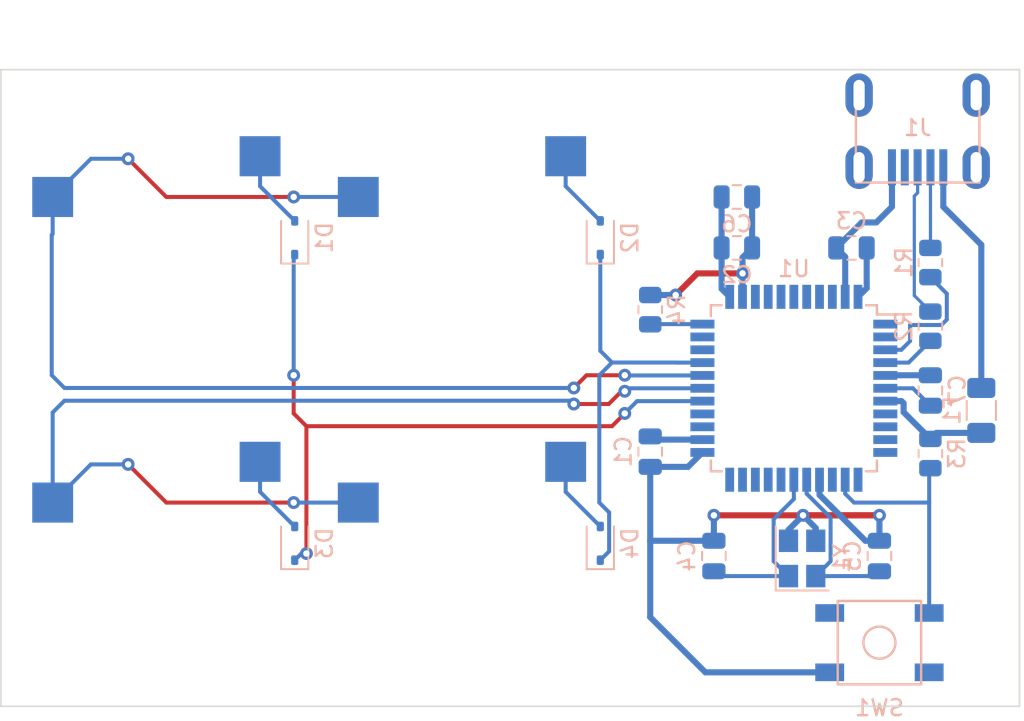
<source format=kicad_pcb>
(kicad_pcb (version 20221018) (generator pcbnew)
  (layers (0 "F.Cu" signal) (31 "B.Cu" signal) (34 "B.Paste" user) (35 "F.Paste" user) (36 "B.SilkS" user "B.Silkscreen") (37 "F.SilkS" user "F.Silkscreen") (38 "B.Mask" user) (39 "F.Mask" user) (44 "Edge.Cuts" user))
  (net 0 "")
  (net 1 "+5V")
  (net 2 "GND")
  (net 3 "Net-(U1-XTAL1)")
  (net 4 "Net-(U1-XTAL2)")
  (net 5 "Net-(U1-UCAP)")
  (net 6 "ROW0")
  (net 7 "Net-(D1-A)")
  (net 8 "ROW1")
  (net 9 "Net-(D2-A)")
  (net 10 "Net-(D3-A)")
  (net 11 "Net-(D4-A)")
  (net 12 "VCC")
  (net 13 "D-")
  (net 14 "D+")
  (net 17 "COL0")
  (net 18 "COL1")
  (net 19 "Net-(U1-D-)")
  (net 20 "Net-(U1-D+)")
  (net 21 "Net-(U1-~{RESET})")
  (net 22 "Net-(U1-~{HWB}{slash}PE2)")
  (footprint "MX_Only:MXOnly-1U-Hotswap" (layer "F.Cu") (at 66.675 75.565)
    (fp_text reference "MX4")
    (fp_text value "MX-NoLED")
    (pad "" np_thru_hole circle (at -5.08 0 48.0996) (size 1.75 1.75) (drill 1.75) (layers "*.Cu" "*.Mask"))
    (pad "" np_thru_hole circle (at -3.81 -2.54) (size 3 3) (drill 3) (layers "*.Cu" "*.Mask"))
    (pad "" np_thru_hole circle (at 0 0) (size 3.9878 3.9878) (drill 3.9878) (layers "*.Cu" "*.Mask"))
    (pad "" np_thru_hole circle (at 2.54 -5.08) (size 3 3) (drill 3) (layers "*.Cu" "*.Mask"))
    (pad "" np_thru_hole circle (at 5.08 0 48.0996) (size 1.75 1.75) (drill 1.75) (layers "*.Cu" "*.Mask"))
    (pad "1" smd rect (at -7.085 -2.54) (size 2.55 2.5) (layers "B.Cu" "B.Paste" "B.Mask") (net 18 "COL1"))
    (pad "2" smd rect (at 5.842 -5.08) (size 2.55 2.5) (layers "B.Cu" "B.Paste" "B.Mask") (net 11 "Net-(D4-A)"))
  )
  (footprint "MX_Only:MXOnly-1U-Hotswap" (layer "F.Cu") (at 47.625 75.565)
    (fp_text reference "MX3")
    (fp_text value "MX-NoLED")
    (pad "" np_thru_hole circle (at -5.08 0 48.0996) (size 1.75 1.75) (drill 1.75) (layers "*.Cu" "*.Mask"))
    (pad "" np_thru_hole circle (at -3.81 -2.54) (size 3 3) (drill 3) (layers "*.Cu" "*.Mask"))
    (pad "" np_thru_hole circle (at 0 0) (size 3.9878 3.9878) (drill 3.9878) (layers "*.Cu" "*.Mask"))
    (pad "" np_thru_hole circle (at 2.54 -5.08) (size 3 3) (drill 3) (layers "*.Cu" "*.Mask"))
    (pad "" np_thru_hole circle (at 5.08 0 48.0996) (size 1.75 1.75) (drill 1.75) (layers "*.Cu" "*.Mask"))
    (pad "1" smd rect (at -7.085 -2.54) (size 2.55 2.5) (layers "B.Cu" "B.Paste" "B.Mask") (net 18 "COL1"))
    (pad "2" smd rect (at 5.842 -5.08) (size 2.55 2.5) (layers "B.Cu" "B.Paste" "B.Mask") (net 10 "Net-(D3-A)"))
  )
  (footprint "MX_Only:MXOnly-1U-Hotswap" (layer "F.Cu") (at 66.675 56.515)
    (fp_text reference "MX2")
    (fp_text value "MX-NoLED")
    (pad "" np_thru_hole circle (at -5.08 0 48.0996) (size 1.75 1.75) (drill 1.75) (layers "*.Cu" "*.Mask"))
    (pad "" np_thru_hole circle (at -3.81 -2.54) (size 3 3) (drill 3) (layers "*.Cu" "*.Mask"))
    (pad "" np_thru_hole circle (at 0 0) (size 3.9878 3.9878) (drill 3.9878) (layers "*.Cu" "*.Mask"))
    (pad "" np_thru_hole circle (at 2.54 -5.08) (size 3 3) (drill 3) (layers "*.Cu" "*.Mask"))
    (pad "" np_thru_hole circle (at 5.08 0 48.0996) (size 1.75 1.75) (drill 1.75) (layers "*.Cu" "*.Mask"))
    (pad "1" smd rect (at -7.085 -2.54) (size 2.55 2.5) (layers "B.Cu" "B.Paste" "B.Mask") (net 17 "COL0"))
    (pad "2" smd rect (at 5.842 -5.08) (size 2.55 2.5) (layers "B.Cu" "B.Paste" "B.Mask") (net 9 "Net-(D2-A)"))
  )
  (footprint "MX_Only:MXOnly-1U-Hotswap" (layer "F.Cu") (at 47.625 56.515)
    (fp_text reference "MX1")
    (fp_text value "MX-NoLED")
    (pad "" np_thru_hole circle (at -5.08 0 48.0996) (size 1.75 1.75) (drill 1.75) (layers "*.Cu" "*.Mask"))
    (pad "" np_thru_hole circle (at -3.81 -2.54) (size 3 3) (drill 3) (layers "*.Cu" "*.Mask"))
    (pad "" np_thru_hole circle (at 0 0) (size 3.9878 3.9878) (drill 3.9878) (layers "*.Cu" "*.Mask"))
    (pad "" np_thru_hole circle (at 2.54 -5.08) (size 3 3) (drill 3) (layers "*.Cu" "*.Mask"))
    (pad "" np_thru_hole circle (at 5.08 0 48.0996) (size 1.75 1.75) (drill 1.75) (layers "*.Cu" "*.Mask"))
    (pad "1" smd rect (at -7.085 -2.54) (size 2.55 2.5) (layers "B.Cu" "B.Paste" "B.Mask") (net 17 "COL0"))
    (pad "2" smd rect (at 5.842 -5.08) (size 2.55 2.5) (layers "B.Cu" "B.Paste" "B.Mask") (net 7 "Net-(D1-A)"))
  )
  (footprint "Capacitor_SMD:C_0805_2012Metric" (layer "B.Cu") (at 83.1875 53.975)
    (fp_text reference "C6" (at 0 1.68) (layer "B.SilkS") (effects (justify mirror)))
    (fp_text value "10uF")
    (fp_line (start -0.261252 -0.735) (end 0.261252 -0.735) (stroke (width 0.12)) (layer "B.SilkS"))
    (fp_line (start -0.261252 0.735) (end 0.261252 0.735) (stroke (width 0.12)) (layer "B.SilkS"))
    (pad "1" smd roundrect (at -0.95 0) (size 1 1.45) (layers "B.Cu" "B.Paste" "B.Mask") (net 1 "+5V"))
    (pad "2" smd roundrect (at 0.95 0) (size 1 1.45) (layers "B.Cu" "B.Paste" "B.Mask") (net 2 "GND"))
  )
  (footprint "Capacitor_SMD:C_0805_2012Metric" (layer "B.Cu") (at 83.1875 57.15)
    (fp_text reference "C2" (at 0 1.68) (layer "B.SilkS") (effects (justify mirror)))
    (fp_text value "0.1uF")
    (fp_line (start -0.261252 -0.735) (end 0.261252 -0.735) (stroke (width 0.12)) (layer "B.SilkS"))
    (fp_line (start -0.261252 0.735) (end 0.261252 0.735) (stroke (width 0.12)) (layer "B.SilkS"))
    (pad "1" smd roundrect (at -0.95 0) (size 1 1.45) (layers "B.Cu" "B.Paste" "B.Mask") (net 1 "+5V"))
    (pad "2" smd roundrect (at 0.95 0) (size 1 1.45) (layers "B.Cu" "B.Paste" "B.Mask") (net 2 "GND"))
  )
  (footprint "Diode_SMD:D_SOD-323" (layer "B.Cu") (at 74.676 56.515 90)
    (fp_text reference "D2" (at 0 1.85 90) (layer "B.SilkS") (effects (justify mirror)))
    (fp_text value "1N4148WS")
    (fp_line (start -1.61 -0.85) (end 1.05 -0.85) (stroke (width 0.12)) (layer "B.SilkS"))
    (fp_line (start -1.61 0.85) (end -1.61 -0.85) (stroke (width 0.12)) (layer "B.SilkS"))
    (fp_line (start -1.61 0.85) (end 1.05 0.85) (stroke (width 0.12)) (layer "B.SilkS"))
    (pad "1" smd roundrect (at -1.05 0 90) (size 0.6 0.45) (layers "B.Cu" "B.Paste" "B.Mask") (net 8 "ROW1"))
    (pad "2" smd roundrect (at 1.05 0 90) (size 0.6 0.45) (layers "B.Cu" "B.Paste" "B.Mask") (net 9 "Net-(D2-A)"))
  )
  (footprint "Diode_SMD:D_SOD-323" (layer "B.Cu") (at 55.626 75.565 90)
    (fp_text reference "D3" (at 0 1.85 90) (layer "B.SilkS") (effects (justify mirror)))
    (fp_text value "1N4148WS")
    (fp_line (start -1.61 -0.85) (end 1.05 -0.85) (stroke (width 0.12)) (layer "B.SilkS"))
    (fp_line (start -1.61 0.85) (end -1.61 -0.85) (stroke (width 0.12)) (layer "B.SilkS"))
    (fp_line (start -1.61 0.85) (end 1.05 0.85) (stroke (width 0.12)) (layer "B.SilkS"))
    (pad "1" smd roundrect (at -1.05 0 90) (size 0.6 0.45) (layers "B.Cu" "B.Paste" "B.Mask") (net 6 "ROW0"))
    (pad "2" smd roundrect (at 1.05 0 90) (size 0.6 0.45) (layers "B.Cu" "B.Paste" "B.Mask") (net 10 "Net-(D3-A)"))
  )
  (footprint "Capacitor_SMD:C_0805_2012Metric" (layer "B.Cu") (at 77.7875 69.85 -90)
    (fp_text reference "C1" (at 0 1.68 90) (layer "B.SilkS") (effects (justify mirror)))
    (fp_text value "0.1uF")
    (fp_line (start -0.261252 -0.735) (end 0.261252 -0.735) (stroke (width 0.12)) (layer "B.SilkS"))
    (fp_line (start -0.261252 0.735) (end 0.261252 0.735) (stroke (width 0.12)) (layer "B.SilkS"))
    (pad "1" smd roundrect (at -0.95 0 270) (size 1 1.45) (layers "B.Cu" "B.Paste" "B.Mask") (net 1 "+5V"))
    (pad "2" smd roundrect (at 0.95 0 270) (size 1 1.45) (layers "B.Cu" "B.Paste" "B.Mask") (net 2 "GND"))
  )
  (footprint "Resistor_SMD:R_0805_2012Metric" (layer "B.Cu") (at 95.25 62.03125 -90)
    (fp_text reference "R2" (at 0 1.65 90) (layer "B.SilkS") (effects (justify mirror)))
    (fp_text value "22")
    (fp_line (start -0.227064 -0.735) (end 0.227064 -0.735) (stroke (width 0.12)) (layer "B.SilkS"))
    (fp_line (start -0.227064 0.735) (end 0.227064 0.735) (stroke (width 0.12)) (layer "B.SilkS"))
    (pad "1" smd roundrect (at -0.9125 0 270) (size 1.025 1.4) (layers "B.Cu" "B.Paste" "B.Mask") (roundrect_rratio 0.243902) (net 14 "D+"))
    (pad "2" smd roundrect (at 0.9125 0 270) (size 1.025 1.4) (layers "B.Cu" "B.Paste" "B.Mask") (roundrect_rratio 0.243902) (net 20 "Net-(U1-D+)"))
  )
  (footprint "Diode_SMD:D_SOD-323" (layer "B.Cu") (at 55.626 56.515 90)
    (fp_text reference "D1" (at 0 1.85 90) (layer "B.SilkS") (effects (justify mirror)))
    (fp_text value "1N4148WS")
    (fp_line (start -1.61 -0.85) (end 1.05 -0.85) (stroke (width 0.12)) (layer "B.SilkS"))
    (fp_line (start -1.61 0.85) (end -1.61 -0.85) (stroke (width 0.12)) (layer "B.SilkS"))
    (fp_line (start -1.61 0.85) (end 1.05 0.85) (stroke (width 0.12)) (layer "B.SilkS"))
    (pad "1" smd roundrect (at -1.05 0 90) (size 0.6 0.45) (layers "B.Cu" "B.Paste" "B.Mask") (net 6 "ROW0"))
    (pad "2" smd roundrect (at 1.05 0 90) (size 0.6 0.45) (layers "B.Cu" "B.Paste" "B.Mask") (net 7 "Net-(D1-A)"))
  )
  (footprint "Crystal:Crystal_SMD_3225-4Pin_3.2x2.5mm" (layer "B.Cu") (at 87.25625 76.50625 90)
    (fp_text reference "Y1" (at 0 2.45 90) (layer "B.SilkS") (effects (justify mirror)))
    (fp_text value "16MHz")
    (fp_line (start -2 -1.65) (end 2 -1.65) (stroke (width 0.12)) (layer "B.SilkS"))
    (fp_line (start -2 1.65) (end -2 -1.65) (stroke (width 0.12)) (layer "B.SilkS"))
    (pad "1" smd rect (at -1.1 -0.85 90) (size 1.4 1.2) (layers "B.Cu" "B.Paste" "B.Mask") (net 3 "Net-(U1-XTAL1)"))
    (pad "2" smd rect (at 1.1 -0.85 90) (size 1.4 1.2) (layers "B.Cu" "B.Paste" "B.Mask") (net 2 "GND"))
    (pad "3" smd rect (at 1.1 0.85 90) (size 1.4 1.2) (layers "B.Cu" "B.Paste" "B.Mask") (net 2 "GND"))
    (pad "4" smd rect (at -1.1 0.85 90) (size 1.4 1.2) (layers "B.Cu" "B.Paste" "B.Mask") (net 4 "Net-(U1-XTAL2)"))
  )
  (footprint "random-keyboard-parts:Molex-0548190589" (layer "B.Cu") (at 94.45625 47.625 -90)
    (fp_text reference "J1" (at 2.032 0 -360) (layer "B.SilkS") (effects (justify mirror)))
    (fp_text value "USB_B_Micro")
    (fp_line (start 0 -3.85) (end 5.45 -3.85) (stroke (width 0.15)) (layer "B.SilkS"))
    (fp_line (start 0 3.85) (end 5.45 3.85) (stroke (width 0.15)) (layer "B.SilkS"))
    (fp_line (start 5.45 3.85) (end 5.45 -3.85) (stroke (width 0.15)) (layer "B.SilkS"))
    (pad "1" smd rect (at 4.5 -1.6 270) (size 2.25 0.5) (layers "B.Cu" "B.Paste" "B.Mask") (net 12 "VCC"))
    (pad "2" smd rect (at 4.5 -0.8 270) (size 2.25 0.5) (layers "B.Cu" "B.Paste" "B.Mask") (net 13 "D-"))
    (pad "3" smd rect (at 4.5 0 270) (size 2.25 0.5) (layers "B.Cu" "B.Paste" "B.Mask") (net 14 "D+"))
    (pad "4" smd rect (at 4.5 0.8 270) (size 2.25 0.5) (layers "B.Cu" "B.Paste" "B.Mask"))
    (pad "5" smd rect (at 4.5 1.6 270) (size 2.25 0.5) (layers "B.Cu" "B.Paste" "B.Mask") (net 2 "GND"))
    (pad "6" thru_hole oval (at 0 -3.65 270) (size 2.7 1.7) (drill oval 1.9 0.7) (layers "*.Cu" "*.Mask"))
    (pad "6" thru_hole oval (at 0 3.65 270) (size 2.7 1.7) (drill oval 1.9 0.7) (layers "*.Cu" "*.Mask"))
    (pad "6" thru_hole oval (at 4.5 -3.65 270) (size 2.7 1.7) (drill oval 1.9 0.7) (layers "*.Cu" "*.Mask"))
    (pad "6" thru_hole oval (at 4.5 3.65 270) (size 2.7 1.7) (drill oval 1.9 0.7) (layers "*.Cu" "*.Mask"))
  )
  (footprint "Diode_SMD:D_SOD-323" (layer "B.Cu") (at 74.676 75.565 90)
    (fp_text reference "D4" (at 0 1.85 90) (layer "B.SilkS") (effects (justify mirror)))
    (fp_text value "1N4148WS")
    (fp_line (start -1.61 -0.85) (end 1.05 -0.85) (stroke (width 0.12)) (layer "B.SilkS"))
    (fp_line (start -1.61 0.85) (end -1.61 -0.85) (stroke (width 0.12)) (layer "B.SilkS"))
    (fp_line (start -1.61 0.85) (end 1.05 0.85) (stroke (width 0.12)) (layer "B.SilkS"))
    (pad "1" smd roundrect (at -1.05 0 90) (size 0.6 0.45) (layers "B.Cu" "B.Paste" "B.Mask") (net 8 "ROW1"))
    (pad "2" smd roundrect (at 1.05 0 90) (size 0.6 0.45) (layers "B.Cu" "B.Paste" "B.Mask") (net 11 "Net-(D4-A)"))
  )
  (footprint "Capacitor_SMD:C_0805_2012Metric" (layer "B.Cu") (at 92.075 76.35625 -90)
    (fp_text reference "C5" (at 0 1.68 90) (layer "B.SilkS") (effects (justify mirror)))
    (fp_text value "22pF")
    (fp_line (start -0.261252 -0.735) (end 0.261252 -0.735) (stroke (width 0.12)) (layer "B.SilkS"))
    (fp_line (start -0.261252 0.735) (end 0.261252 0.735) (stroke (width 0.12)) (layer "B.SilkS"))
    (pad "1" smd roundrect (at -0.95 0 270) (size 1 1.45) (layers "B.Cu" "B.Paste" "B.Mask") (net 2 "GND"))
    (pad "2" smd roundrect (at 0.95 0 270) (size 1 1.45) (layers "B.Cu" "B.Paste" "B.Mask") (net 4 "Net-(U1-XTAL2)"))
  )
  (footprint "random-keyboard-parts:SKQG-1155865" (layer "B.Cu") (at 92.075 81.75625 180)
    (fp_text reference "SW1" (at 0 -4.064) (layer "B.SilkS") (effects (justify mirror)))
    (fp_text value "SW_Push")
    (fp_line (start -2.6 -2.6) (end -2.6 2.6) (stroke (width 0.15)) (layer "B.SilkS"))
    (fp_line (start -2.6 2.6) (end 2.6 2.6) (stroke (width 0.15)) (layer "B.SilkS"))
    (fp_line (start 2.6 -2.6) (end -2.6 -2.6) (stroke (width 0.15)) (layer "B.SilkS"))
    (fp_line (start 2.6 2.6) (end 2.6 -2.6) (stroke (width 0.15)) (layer "B.SilkS"))
    (fp_circle (center 0 0) (end 1 0) (stroke (width 0.15)) (fill none) (layer "B.SilkS"))
    (pad "1" smd rect (at 3.1 -1.85 180) (size 1.8 1.1) (layers "B.Cu" "B.Paste" "B.Mask") (net 2 "GND"))
    (pad "2" smd rect (at -3.1 1.85 180) (size 1.8 1.1) (layers "B.Cu" "B.Paste" "B.Mask") (net 21 "Net-(U1-~{RESET})"))
    (pad "3" smd rect (at 3.1 1.85 180) (size 1.8 1.1) (layers "B.Cu" "B.Paste" "B.Mask"))
    (pad "4" smd rect (at -3.1 -1.85 180) (size 1.8 1.1) (layers "B.Cu" "B.Paste" "B.Mask"))
  )
  (footprint "Capacitor_SMD:C_0805_2012Metric" (layer "B.Cu") (at 95.25 66.0375 90)
    (fp_text reference "C7" (at 0 1.68 90) (layer "B.SilkS") (effects (justify mirror)))
    (fp_text value "1uF")
    (fp_line (start -0.261252 -0.735) (end 0.261252 -0.735) (stroke (width 0.12)) (layer "B.SilkS"))
    (fp_line (start -0.261252 0.735) (end 0.261252 0.735) (stroke (width 0.12)) (layer "B.SilkS"))
    (pad "1" smd roundrect (at -0.95 0 90) (size 1 1.45) (layers "B.Cu" "B.Paste" "B.Mask") (net 5 "Net-(U1-UCAP)"))
    (pad "2" smd roundrect (at 0.95 0 90) (size 1 1.45) (layers "B.Cu" "B.Paste" "B.Mask") (net 2 "GND"))
  )
  (footprint "Resistor_SMD:R_0805_2012Metric" (layer "B.Cu") (at 77.7875 61 90)
    (fp_text reference "R4" (at 0 1.65 90) (layer "B.SilkS") (effects (justify mirror)))
    (fp_text value "10k")
    (fp_line (start -0.227064 -0.735) (end 0.227064 -0.735) (stroke (width 0.12)) (layer "B.SilkS"))
    (fp_line (start -0.227064 0.735) (end 0.227064 0.735) (stroke (width 0.12)) (layer "B.SilkS"))
    (pad "1" smd roundrect (at -0.9125 0 90) (size 1.025 1.4) (layers "B.Cu" "B.Paste" "B.Mask") (roundrect_rratio 0.243902) (net 22 "Net-(U1-~{HWB}{slash}PE2)"))
    (pad "2" smd roundrect (at 0.9125 0 90) (size 1.025 1.4) (layers "B.Cu" "B.Paste" "B.Mask") (roundrect_rratio 0.243902) (net 2 "GND"))
  )
  (footprint "Resistor_SMD:R_0805_2012Metric" (layer "B.Cu") (at 95.25 69.96875 90)
    (fp_text reference "R3" (at 0 1.65 90) (layer "B.SilkS") (effects (justify mirror)))
    (fp_text value "10k")
    (fp_line (start -0.227064 -0.735) (end 0.227064 -0.735) (stroke (width 0.12)) (layer "B.SilkS"))
    (fp_line (start -0.227064 0.735) (end 0.227064 0.735) (stroke (width 0.12)) (layer "B.SilkS"))
    (pad "1" smd roundrect (at -0.9125 0 90) (size 1.025 1.4) (layers "B.Cu" "B.Paste" "B.Mask") (roundrect_rratio 0.243902) (net 21 "Net-(U1-~{RESET})"))
    (pad "2" smd roundrect (at 0.9125 0 90) (size 1.025 1.4) (layers "B.Cu" "B.Paste" "B.Mask") (roundrect_rratio 0.243902) (net 1 "+5V"))
  )
  (footprint "Package_QFP:TQFP-44_10x10mm_P0.8mm" (layer "B.Cu") (at 86.741 65.9 180)
    (fp_text reference "U1" (at 0 7.45) (layer "B.SilkS") (effects (justify mirror)))
    (fp_text value "ATmega32U4-A")
    (fp_line (start -5.175 -5.175) (end -5.175 -4.5) (stroke (width 0.15)) (layer "B.SilkS"))
    (fp_line (start -5.175 -5.175) (end -4.5 -5.175) (stroke (width 0.15)) (layer "B.SilkS"))
    (fp_line (start -5.175 4.6) (end -6.45 4.6) (stroke (width 0.15)) (layer "B.SilkS"))
    (fp_line (start -5.175 5.175) (end -5.175 4.6) (stroke (width 0.15)) (layer "B.SilkS"))
    (fp_line (start -5.175 5.175) (end -4.5 5.175) (stroke (width 0.15)) (layer "B.SilkS"))
    (fp_line (start 5.175 -5.175) (end 4.5 -5.175) (stroke (width 0.15)) (layer "B.SilkS"))
    (fp_line (start 5.175 -5.175) (end 5.175 -4.5) (stroke (width 0.15)) (layer "B.SilkS"))
    (fp_line (start 5.175 5.175) (end 4.5 5.175) (stroke (width 0.15)) (layer "B.SilkS"))
    (fp_line (start 5.175 5.175) (end 5.175 4.5) (stroke (width 0.15)) (layer "B.SilkS"))
    (pad "1" smd rect (at -5.7 4 180) (size 1.5 0.55) (layers "B.Cu" "B.Paste" "B.Mask"))
    (pad "2" smd rect (at -5.7 3.2 180) (size 1.5 0.55) (layers "B.Cu" "B.Paste" "B.Mask") (net 1 "+5V"))
    (pad "3" smd rect (at -5.7 2.4 180) (size 1.5 0.55) (layers "B.Cu" "B.Paste" "B.Mask") (net 19 "Net-(U1-D-)"))
    (pad "4" smd rect (at -5.7 1.6 180) (size 1.5 0.55) (layers "B.Cu" "B.Paste" "B.Mask") (net 20 "Net-(U1-D+)"))
    (pad "5" smd rect (at -5.7 0.8 180) (size 1.5 0.55) (layers "B.Cu" "B.Paste" "B.Mask") (net 2 "GND"))
    (pad "6" smd rect (at -5.7 0 180) (size 1.5 0.55) (layers "B.Cu" "B.Paste" "B.Mask") (net 5 "Net-(U1-UCAP)"))
    (pad "7" smd rect (at -5.7 -0.8 180) (size 1.5 0.55) (layers "B.Cu" "B.Paste" "B.Mask") (net 1 "+5V"))
    (pad "8" smd rect (at -5.7 -1.6 180) (size 1.5 0.55) (layers "B.Cu" "B.Paste" "B.Mask"))
    (pad "9" smd rect (at -5.7 -2.4 180) (size 1.5 0.55) (layers "B.Cu" "B.Paste" "B.Mask"))
    (pad "10" smd rect (at -5.7 -3.2 180) (size 1.5 0.55) (layers "B.Cu" "B.Paste" "B.Mask"))
    (pad "11" smd rect (at -5.7 -4 180) (size 1.5 0.55) (layers "B.Cu" "B.Paste" "B.Mask"))
    (pad "12" smd rect (at -4 -5.7 90) (size 1.5 0.55) (layers "B.Cu" "B.Paste" "B.Mask"))
    (pad "13" smd rect (at -3.2 -5.7 90) (size 1.5 0.55) (layers "B.Cu" "B.Paste" "B.Mask") (net 21 "Net-(U1-~{RESET})"))
    (pad "14" smd rect (at -2.4 -5.7 90) (size 1.5 0.55) (layers "B.Cu" "B.Paste" "B.Mask") (net 1 "+5V"))
    (pad "15" smd rect (at -1.6 -5.7 90) (size 1.5 0.55) (layers "B.Cu" "B.Paste" "B.Mask") (net 2 "GND"))
    (pad "16" smd rect (at -0.8 -5.7 90) (size 1.5 0.55) (layers "B.Cu" "B.Paste" "B.Mask") (net 4 "Net-(U1-XTAL2)"))
    (pad "17" smd rect (at 0 -5.7 90) (size 1.5 0.55) (layers "B.Cu" "B.Paste" "B.Mask") (net 3 "Net-(U1-XTAL1)"))
    (pad "18" smd rect (at 0.8 -5.7 90) (size 1.5 0.55) (layers "B.Cu" "B.Paste" "B.Mask"))
    (pad "19" smd rect (at 1.6 -5.7 90) (size 1.5 0.55) (layers "B.Cu" "B.Paste" "B.Mask"))
    (pad "20" smd rect (at 2.4 -5.7 90) (size 1.5 0.55) (layers "B.Cu" "B.Paste" "B.Mask"))
    (pad "21" smd rect (at 3.2 -5.7 90) (size 1.5 0.55) (layers "B.Cu" "B.Paste" "B.Mask"))
    (pad "22" smd rect (at 4 -5.7 90) (size 1.5 0.55) (layers "B.Cu" "B.Paste" "B.Mask"))
    (pad "23" smd rect (at 5.7 -4 180) (size 1.5 0.55) (layers "B.Cu" "B.Paste" "B.Mask") (net 2 "GND"))
    (pad "24" smd rect (at 5.7 -3.2 180) (size 1.5 0.55) (layers "B.Cu" "B.Paste" "B.Mask") (net 1 "+5V"))
    (pad "25" smd rect (at 5.7 -2.4 180) (size 1.5 0.55) (layers "B.Cu" "B.Paste" "B.Mask"))
    (pad "26" smd rect (at 5.7 -1.6 180) (size 1.5 0.55) (layers "B.Cu" "B.Paste" "B.Mask"))
    (pad "27" smd rect (at 5.7 -0.8 180) (size 1.5 0.55) (layers "B.Cu" "B.Paste" "B.Mask") (net 6 "ROW0"))
    (pad "28" smd rect (at 5.7 0 180) (size 1.5 0.55) (layers "B.Cu" "B.Paste" "B.Mask") (net 18 "COL1"))
    (pad "29" smd rect (at 5.7 0.8 180) (size 1.5 0.55) (layers "B.Cu" "B.Paste" "B.Mask") (net 17 "COL0"))
    (pad "30" smd rect (at 5.7 1.6 180) (size 1.5 0.55) (layers "B.Cu" "B.Paste" "B.Mask") (net 8 "ROW1"))
    (pad "31" smd rect (at 5.7 2.4 180) (size 1.5 0.55) (layers "B.Cu" "B.Paste" "B.Mask"))
    (pad "32" smd rect (at 5.7 3.2 180) (size 1.5 0.55) (layers "B.Cu" "B.Paste" "B.Mask"))
    (pad "33" smd rect (at 5.7 4 180) (size 1.5 0.55) (layers "B.Cu" "B.Paste" "B.Mask") (net 22 "Net-(U1-~{HWB}{slash}PE2)"))
    (pad "34" smd rect (at 4 5.7 90) (size 1.5 0.55) (layers "B.Cu" "B.Paste" "B.Mask") (net 1 "+5V"))
    (pad "35" smd rect (at 3.2 5.7 90) (size 1.5 0.55) (layers "B.Cu" "B.Paste" "B.Mask") (net 2 "GND"))
    (pad "36" smd rect (at 2.4 5.7 90) (size 1.5 0.55) (layers "B.Cu" "B.Paste" "B.Mask"))
    (pad "37" smd rect (at 1.6 5.7 90) (size 1.5 0.55) (layers "B.Cu" "B.Paste" "B.Mask"))
    (pad "38" smd rect (at 0.8 5.7 90) (size 1.5 0.55) (layers "B.Cu" "B.Paste" "B.Mask"))
    (pad "39" smd rect (at 0 5.7 90) (size 1.5 0.55) (layers "B.Cu" "B.Paste" "B.Mask"))
    (pad "40" smd rect (at -0.8 5.7 90) (size 1.5 0.55) (layers "B.Cu" "B.Paste" "B.Mask"))
    (pad "41" smd rect (at -1.6 5.7 90) (size 1.5 0.55) (layers "B.Cu" "B.Paste" "B.Mask"))
    (pad "42" smd rect (at -2.4 5.7 90) (size 1.5 0.55) (layers "B.Cu" "B.Paste" "B.Mask"))
    (pad "43" smd rect (at -3.2 5.7 90) (size 1.5 0.55) (layers "B.Cu" "B.Paste" "B.Mask") (net 2 "GND"))
    (pad "44" smd rect (at -4 5.7 90) (size 1.5 0.55) (layers "B.Cu" "B.Paste" "B.Mask") (net 1 "+5V"))
  )
  (footprint "Fuse:Fuse_1206_3216Metric" (layer "B.Cu") (at 98.425 67.28125 -90)
    (fp_text reference "F1" (at 0 1.82 90) (layer "B.SilkS") (effects (justify mirror)))
    (fp_text value "500mA")
    (fp_line (start -0.602064 -0.91) (end 0.602064 -0.91) (stroke (width 0.12)) (layer "B.SilkS"))
    (fp_line (start -0.602064 0.91) (end 0.602064 0.91) (stroke (width 0.12)) (layer "B.SilkS"))
    (pad "1" smd roundrect (at -1.4 0 270) (size 1.25 1.75) (layers "B.Cu" "B.Paste" "B.Mask") (roundrect_rratio 0.2) (net 12 "VCC"))
    (pad "2" smd roundrect (at 1.4 0 270) (size 1.25 1.75) (layers "B.Cu" "B.Paste" "B.Mask") (roundrect_rratio 0.2) (net 1 "+5V"))
  )
  (footprint "Capacitor_SMD:C_0805_2012Metric" (layer "B.Cu") (at 81.75625 76.35625 -90)
    (fp_text reference "C4" (at 0 1.68 90) (layer "B.SilkS") (effects (justify mirror)))
    (fp_text value "22pF")
    (fp_line (start -0.261252 -0.735) (end 0.261252 -0.735) (stroke (width 0.12)) (layer "B.SilkS"))
    (fp_line (start -0.261252 0.735) (end 0.261252 0.735) (stroke (width 0.12)) (layer "B.SilkS"))
    (pad "1" smd roundrect (at -0.95 0 270) (size 1 1.45) (layers "B.Cu" "B.Paste" "B.Mask") (net 2 "GND"))
    (pad "2" smd roundrect (at 0.95 0 270) (size 1 1.45) (layers "B.Cu" "B.Paste" "B.Mask") (net 3 "Net-(U1-XTAL1)"))
  )
  (footprint "Capacitor_SMD:C_0805_2012Metric" (layer "B.Cu") (at 90.33125 57.15 180)
    (fp_text reference "C3" (at 0 1.68) (layer "B.SilkS") (effects (justify mirror)))
    (fp_text value "0.1uF")
    (fp_line (start -0.261252 -0.735) (end 0.261252 -0.735) (stroke (width 0.12)) (layer "B.SilkS"))
    (fp_line (start -0.261252 0.735) (end 0.261252 0.735) (stroke (width 0.12)) (layer "B.SilkS"))
    (pad "1" smd roundrect (at -0.95 0 180) (size 1 1.45) (layers "B.Cu" "B.Paste" "B.Mask") (net 1 "+5V"))
    (pad "2" smd roundrect (at 0.95 0 180) (size 1 1.45) (layers "B.Cu" "B.Paste" "B.Mask") (net 2 "GND"))
  )
  (footprint "Resistor_SMD:R_0805_2012Metric" (layer "B.Cu") (at 95.25 58.0625 -90)
    (fp_text reference "R1" (at 0 1.65 90) (layer "B.SilkS") (effects (justify mirror)))
    (fp_text value "22")
    (fp_line (start -0.227064 -0.735) (end 0.227064 -0.735) (stroke (width 0.12)) (layer "B.SilkS"))
    (fp_line (start -0.227064 0.735) (end 0.227064 0.735) (stroke (width 0.12)) (layer "B.SilkS"))
    (pad "1" smd roundrect (at -0.9125 0 270) (size 1.025 1.4) (layers "B.Cu" "B.Paste" "B.Mask") (roundrect_rratio 0.243902) (net 13 "D-"))
    (pad "2" smd roundrect (at 0.9125 0 270) (size 1.025 1.4) (layers "B.Cu" "B.Paste" "B.Mask") (roundrect_rratio 0.243902) (net 19 "Net-(U1-D-)"))
  )
  (gr_rect (start 37.30625 46.0375) (end 100.80625 85.725) (stroke (width 0.1)) (fill none) (layer "Edge.Cuts"))
  (segment (start 93.447 66.7) (end 92.441 66.7) (width 0.381) (layer "B.Cu") (net 1))
  (segment (start 82.2375 53.975) (end 82.2375 57.15) (width 0.381) (layer "B.Cu") (net 1))
  (segment (start 95.625 68.68125) (end 95.25 69.05625) (width 0.381) (layer "B.Cu") (net 1))
  (segment (start 95.25 69.05625) (end 93.5815 67.38775) (width 0.381) (layer "B.Cu") (net 1))
  (segment (start 93.5815 67.38775) (end 93.5815 66.8345) (width 0.381) (layer "B.Cu") (net 1))
  (segment (start 91.28125 57.15) (end 91.28125 59.65975) (width 0.381) (layer "B.Cu") (net 1))
  (segment (start 82.2375 57.15) (end 82.2375 59.6965) (width 0.381) (layer "B.Cu") (net 1))
  (segment (start 91.28125 59.65975) (end 90.741 60.2) (width 0.381) (layer "B.Cu") (net 1))
  (segment (start 77.9875 69.1) (end 81.041 69.1) (width 0.381) (layer "B.Cu") (net 1))
  (segment (start 98.425 68.68125) (end 95.625 68.68125) (width 0.381) (layer "B.Cu") (net 1))
  (segment (start 82.2375 59.6965) (end 82.741 60.2) (width 0.381) (layer "B.Cu") (net 1))
  (segment (start 77.7875 68.9) (end 77.9875 69.1) (width 0.381) (layer "B.Cu") (net 1))
  (segment (start 93.5815 66.8345) (end 93.447 66.7) (width 0.381) (layer "B.Cu") (net 1))
  (segment (start 87.3125 73.81875) (end 92.075 73.81875) (width 0.381) (layer "F.Cu") (net 2))
  (segment (start 92.075 73.81875) (end 81.75625 73.81875) (width 0.381) (layer "F.Cu") (net 2))
  (segment (start 79.375 60.0875) (end 80.725 58.7375) (width 0.381) (layer "F.Cu") (net 2))
  (segment (start 80.725 58.7375) (end 83.541 58.7375) (width 0.381) (layer "F.Cu") (net 2))
  (via (at 81.75625 73.81875) (size 0.8) (drill 0.4) (layers "F.Cu" "B.Cu") (net 2))
  (via (at 87.3125 73.81875) (size 0.8) (drill 0.4) (layers "F.Cu" "B.Cu") (net 2))
  (via (at 92.075 73.81875) (size 0.8) (drill 0.4) (layers "F.Cu" "B.Cu") (net 2))
  (via (at 79.375 60.0875) (size 0.8) (drill 0.4) (layers "F.Cu" "B.Cu") (net 2))
  (via (at 83.541 58.7375) (size 0.8) (drill 0.4) (layers "F.Cu" "B.Cu") (net 2))
  (segment (start 83.541 57.7465) (end 83.541 58.7375) (width 0.381) (layer "B.Cu") (net 2))
  (segment (start 88.341 72.545972) (end 88.341 71.6) (width 0.381) (layer "B.Cu") (net 2))
  (segment (start 81.225 83.60625) (end 77.7875 80.16875) (width 0.381) (layer "B.Cu") (net 2))
  (segment (start 77.7875 80.16875) (end 77.7875 75.40625) (width 0.381) (layer "B.Cu") (net 2))
  (segment (start 84.1375 53.975) (end 84.1375 57.15) (width 0.381) (layer "B.Cu") (net 2))
  (segment (start 92.85625 54.5875) (end 92.85625 52.125) (width 0.381) (layer "B.Cu") (net 2))
  (segment (start 77.7875 60.0875) (end 79.375 60.0875) (width 0.381) (layer "B.Cu") (net 2))
  (segment (start 86.40625 75.40625) (end 86.40625 74.725) (width 0.381) (layer "B.Cu") (net 2))
  (segment (start 86.40625 74.725) (end 87.3125 73.81875) (width 0.381) (layer "B.Cu") (net 2))
  (segment (start 77.7875 70.8) (end 80.141 70.8) (width 0.381) (layer "B.Cu") (net 2))
  (segment (start 81.75625 75.40625) (end 77.7875 75.40625) (width 0.381) (layer "B.Cu") (net 2))
  (segment (start 88.10625 74.6125) (end 88.10625 75.40625) (width 0.381) (layer "B.Cu") (net 2))
  (segment (start 84.1375 57.15) (end 83.541 57.7465) (width 0.381) (layer "B.Cu") (net 2))
  (segment (start 87.3125 73.81875) (end 88.10625 74.6125) (width 0.381) (layer "B.Cu") (net 2))
  (segment (start 95.25 65.0875) (end 92.4535 65.0875) (width 0.381) (layer "B.Cu") (net 2))
  (segment (start 91.88125 55.5625) (end 92.85625 54.5875) (width 0.381) (layer "B.Cu") (net 2))
  (segment (start 92.4535 65.0875) (end 92.441 65.1) (width 0.381) (layer "B.Cu") (net 2))
  (segment (start 88.975 83.60625) (end 81.225 83.60625) (width 0.381) (layer "B.Cu") (net 2))
  (segment (start 91.201278 75.40625) (end 88.341 72.545972) (width 0.381) (layer "B.Cu") (net 2))
  (segment (start 92.075 75.40625) (end 91.201278 75.40625) (width 0.381) (layer "B.Cu") (net 2))
  (segment (start 81.75625 75.40625) (end 81.75625 73.81875) (width 0.381) (layer "B.Cu") (net 2))
  (segment (start 77.7875 75.40625) (end 77.7875 70.8) (width 0.381) (layer "B.Cu") (net 2))
  (segment (start 89.38125 57.15) (end 89.941 57.70975) (width 0.381) (layer "B.Cu") (net 2))
  (segment (start 90.96875 55.5625) (end 91.88125 55.5625) (width 0.381) (layer "B.Cu") (net 2))
  (segment (start 89.38125 57.15) (end 90.96875 55.5625) (width 0.381) (layer "B.Cu") (net 2))
  (segment (start 83.541 58.7375) (end 83.541 60.2) (width 0.381) (layer "B.Cu") (net 2))
  (segment (start 80.141 70.8) (end 81.041 69.9) (width 0.381) (layer "B.Cu") (net 2))
  (segment (start 89.941 57.70975) (end 89.941 60.2) (width 0.381) (layer "B.Cu") (net 2))
  (segment (start 92.075 75.40625) (end 92.075 73.81875) (width 0.381) (layer "B.Cu") (net 2))
  (segment (start 85.48125 74.0625) (end 86.741 72.80275) (width 0.25) (layer "B.Cu") (net 3))
  (segment (start 86.741 72.80275) (end 86.741 71.6) (width 0.25) (layer "B.Cu") (net 3))
  (segment (start 85.48125 76.68125) (end 85.48125 74.0625) (width 0.25) (layer "B.Cu") (net 3))
  (segment (start 82.05625 77.60625) (end 81.75625 77.30625) (width 0.25) (layer "B.Cu") (net 3))
  (segment (start 86.40625 77.60625) (end 85.48125 76.68125) (width 0.25) (layer "B.Cu") (net 3))
  (segment (start 86.40625 77.60625) (end 82.05625 77.60625) (width 0.25) (layer "B.Cu") (net 3))
  (segment (start 87.541 72.475) (end 87.541 71.6) (width 0.25) (layer "B.Cu") (net 4))
  (segment (start 88.10625 77.60625) (end 89.03125 76.68125) (width 0.25) (layer "B.Cu") (net 4))
  (segment (start 89.03125 73.96525) (end 87.541 72.475) (width 0.25) (layer "B.Cu") (net 4))
  (segment (start 89.03125 76.68125) (end 89.03125 73.96525) (width 0.25) (layer "B.Cu") (net 4))
  (segment (start 91.775 77.60625) (end 88.10625 77.60625) (width 0.25) (layer "B.Cu") (net 4))
  (segment (start 92.075 77.30625) (end 91.775 77.60625) (width 0.25) (layer "B.Cu") (net 4))
  (segment (start 95.25 66.9875) (end 94.1625 65.9) (width 0.25) (layer "B.Cu") (net 5))
  (segment (start 94.1625 65.9) (end 92.441 65.9) (width 0.25) (layer "B.Cu") (net 5))
  (segment (start 76.2 67.46875) (end 75.40625 68.2625) (width 0.25) (layer "F.Cu") (net 6))
  (segment (start 56.35625 68.2625) (end 56.35625 76.2) (width 0.25) (layer "F.Cu") (net 6))
  (segment (start 55.5625 65.0875) (end 55.5625 67.46875) (width 0.25) (layer "F.Cu") (net 6))
  (segment (start 55.5625 67.46875) (end 56.35625 68.2625) (width 0.25) (layer "F.Cu") (net 6))
  (segment (start 75.40625 68.2625) (end 56.35625 68.2625) (width 0.25) (layer "F.Cu") (net 6))
  (via (at 55.5625 65.0875) (size 0.8) (drill 0.4) (layers "F.Cu" "B.Cu") (net 6))
  (via (at 76.2 67.46875) (size 0.8) (drill 0.4) (layers "F.Cu" "B.Cu") (net 6))
  (via (at 56.35625 76.2) (size 0.8) (drill 0.4) (layers "F.Cu" "B.Cu") (net 6))
  (segment (start 81.041 66.7) (end 76.96875 66.7) (width 0.25) (layer "B.Cu") (net 6))
  (segment (start 56.041 76.2) (end 55.626 76.615) (width 0.25) (layer "B.Cu") (net 6))
  (segment (start 55.626 57.565) (end 55.5625 57.6285) (width 0.25) (layer "B.Cu") (net 6))
  (segment (start 76.96875 66.7) (end 76.2 67.46875) (width 0.25) (layer "B.Cu") (net 6))
  (segment (start 55.5625 57.6285) (end 55.5625 65.0875) (width 0.25) (layer "B.Cu") (net 6))
  (segment (start 56.35625 76.2) (end 56.041 76.2) (width 0.25) (layer "B.Cu") (net 6))
  (segment (start 53.467 53.306) (end 55.626 55.465) (width 0.25) (layer "B.Cu") (net 7))
  (segment (start 53.467 51.435) (end 53.467 53.306) (width 0.25) (layer "B.Cu") (net 7))
  (segment (start 74.6125 73.025) (end 74.6125 65.0875) (width 0.25) (layer "B.Cu") (net 8))
  (segment (start 75.226 76.065) (end 75.226 73.6385) (width 0.25) (layer "B.Cu") (net 8))
  (segment (start 74.676 63.5635) (end 75.40625 64.29375) (width 0.25) (layer "B.Cu") (net 8))
  (segment (start 74.676 57.565) (end 74.676 63.5635) (width 0.25) (layer "B.Cu") (net 8))
  (segment (start 75.40625 64.29375) (end 79.375 64.29375) (width 0.25) (layer "B.Cu") (net 8))
  (segment (start 74.6125 65.0875) (end 75.40625 64.29375) (width 0.25) (layer "B.Cu") (net 8))
  (segment (start 75.226 73.6385) (end 74.6125 73.025) (width 0.25) (layer "B.Cu") (net 8))
  (segment (start 79.375 64.29375) (end 79.38125 64.3) (width 0.25) (layer "B.Cu") (net 8))
  (segment (start 74.676 76.615) (end 75.226 76.065) (width 0.25) (layer "B.Cu") (net 8))
  (segment (start 79.38125 64.3) (end 81.041 64.3) (width 0.25) (layer "B.Cu") (net 8))
  (segment (start 72.517 53.306) (end 74.676 55.465) (width 0.25) (layer "B.Cu") (net 9))
  (segment (start 72.517 51.435) (end 72.517 53.306) (width 0.25) (layer "B.Cu") (net 9))
  (segment (start 53.467 72.356) (end 55.626 74.515) (width 0.25) (layer "B.Cu") (net 10))
  (segment (start 53.467 70.485) (end 53.467 72.356) (width 0.25) (layer "B.Cu") (net 10))
  (segment (start 72.517 72.356) (end 74.676 74.515) (width 0.25) (layer "B.Cu") (net 11))
  (segment (start 72.517 70.485) (end 72.517 72.356) (width 0.25) (layer "B.Cu") (net 11))
  (segment (start 96.05625 54.5875) (end 96.05625 52.125) (width 0.381) (layer "B.Cu") (net 12))
  (segment (start 98.425 65.88125) (end 98.425 56.95625) (width 0.381) (layer "B.Cu") (net 12))
  (segment (start 98.425 56.95625) (end 96.05625 54.5875) (width 0.381) (layer "B.Cu") (net 12))
  (segment (start 95.25625 57.14375) (end 95.25625 52.125) (width 0.2) (layer "B.Cu") (net 13))
  (segment (start 95.25 57.15) (end 95.25625 57.14375) (width 0.2) (layer "B.Cu") (net 13))
  (segment (start 94.45625 53.7125) (end 94.45625 52.125) (width 0.2) (layer "B.Cu") (net 14))
  (segment (start 94.45625 53.7125) (end 94.25 53.91875) (width 0.2) (layer "B.Cu") (net 14))
  (segment (start 94.25 53.91875) (end 94.25 60.11875) (width 0.2) (layer "B.Cu") (net 14))
  (segment (start 94.25 60.11875) (end 95.25 61.11875) (width 0.2) (layer "B.Cu") (net 14))
  (segment (start 73.025 65.88125) (end 73.81875 65.0875) (width 0.25) (layer "F.Cu") (net 17))
  (segment (start 73.81875 65.0875) (end 76.2 65.0875) (width 0.25) (layer "F.Cu") (net 17))
  (segment (start 55.5625 53.975) (end 47.625 53.975) (width 0.25) (layer "F.Cu") (net 17))
  (segment (start 47.625 53.975) (end 45.24375 51.59375) (width 0.25) (layer "F.Cu") (net 17))
  (via (at 55.5625 53.975) (size 0.8) (drill 0.4) (layers "F.Cu" "B.Cu") (net 17))
  (via (at 45.24375 51.59375) (size 0.8) (drill 0.4) (layers "F.Cu" "B.Cu") (net 17))
  (via (at 73.025 65.88125) (size 0.8) (drill 0.4) (layers "F.Cu" "B.Cu") (net 17))
  (via (at 76.2 65.0875) (size 0.8) (drill 0.4) (layers "F.Cu" "B.Cu") (net 17))
  (segment (start 41.275 65.88125) (end 65.441032 65.88125) (width 0.25) (layer "B.Cu") (net 17))
  (segment (start 42.92125 51.59375) (end 40.54 53.975) (width 0.25) (layer "B.Cu") (net 17))
  (segment (start 40.54 56.277767) (end 40.48125 56.336517) (width 0.25) (layer "B.Cu") (net 17))
  (segment (start 40.54 53.975) (end 40.54 56.277767) (width 0.25) (layer "B.Cu") (net 17))
  (segment (start 76.2125 65.1) (end 81.041 65.1) (width 0.25) (layer "B.Cu") (net 17))
  (segment (start 59.59 53.975) (end 55.5625 53.975) (width 0.25) (layer "B.Cu") (net 17))
  (segment (start 65.441032 65.88125) (end 73.025 65.88125) (width 0.25) (layer "B.Cu") (net 17))
  (segment (start 40.48125 65.0875) (end 41.275 65.88125) (width 0.25) (layer "B.Cu") (net 17))
  (segment (start 45.24375 51.59375) (end 42.92125 51.59375) (width 0.25) (layer "B.Cu") (net 17))
  (segment (start 40.48125 56.336517) (end 40.48125 65.0875) (width 0.25) (layer "B.Cu") (net 17))
  (segment (start 76.2 65.0875) (end 76.2125 65.1) (width 0.25) (layer "B.Cu") (net 17))
  (segment (start 75.200497 66.880753) (end 76.2 65.88125) (width 0.25) (layer "F.Cu") (net 18))
  (segment (start 76.2 66.087003) (end 76.2 65.88125) (width 0.25) (layer "F.Cu") (net 18))
  (segment (start 45.24375 70.64375) (end 47.625 73.025) (width 0.25) (layer "F.Cu") (net 18))
  (segment (start 47.625 73.025) (end 55.5625 73.025) (width 0.25) (layer "F.Cu") (net 18))
  (segment (start 73.025 66.880753) (end 75.200497 66.880753) (width 0.25) (layer "F.Cu") (net 18))
  (via (at 55.5625 73.025) (size 0.8) (drill 0.4) (layers "F.Cu" "B.Cu") (net 18))
  (via (at 45.24375 70.64375) (size 0.8) (drill 0.4) (layers "F.Cu" "B.Cu") (net 18))
  (via (at 73.025 66.880753) (size 0.8) (drill 0.4) (layers "F.Cu" "B.Cu") (net 18))
  (via (at 76.2 66.087003) (size 0.8) (drill 0.4) (layers "F.Cu" "B.Cu") (net 18))
  (segment (start 40.54 73.025) (end 42.92125 70.64375) (width 0.25) (layer "B.Cu") (net 18))
  (segment (start 41.275 66.675) (end 73.025 66.675) (width 0.25) (layer "B.Cu") (net 18))
  (segment (start 40.54 73.025) (end 40.54 67.41) (width 0.25) (layer "B.Cu") (net 18))
  (segment (start 40.54 67.41) (end 41.275 66.675) (width 0.25) (layer "B.Cu") (net 18))
  (segment (start 73.025 66.675) (end 73.025 66.880753) (width 0.25) (layer "B.Cu") (net 18))
  (segment (start 42.92125 70.64375) (end 45.24375 70.64375) (width 0.25) (layer "B.Cu") (net 18))
  (segment (start 76.2 66.087003) (end 76.387003 65.9) (width 0.25) (layer "B.Cu") (net 18))
  (segment (start 76.387003 65.9) (end 81.041 65.9) (width 0.25) (layer "B.Cu") (net 18))
  (segment (start 55.5625 73.025) (end 59.59 73.025) (width 0.25) (layer "B.Cu") (net 18))
  (segment (start 96.275 60) (end 96.275 61.619423) (width 0.25) (layer "B.Cu") (net 19))
  (segment (start 95.938173 61.95625) (end 93.98475 61.95625) (width 0.25) (layer "B.Cu") (net 19))
  (segment (start 93.441 63.5) (end 92.441 63.5) (width 0.25) (layer "B.Cu") (net 19))
  (segment (start 96.275 61.619423) (end 95.938173 61.95625) (width 0.25) (layer "B.Cu") (net 19))
  (segment (start 93.98475 62.95625) (end 93.441 63.5) (width 0.25) (layer "B.Cu") (net 19))
  (segment (start 93.98475 61.95625) (end 93.98475 62.95625) (width 0.25) (layer "B.Cu") (net 19))
  (segment (start 95.25 58.975) (end 96.275 60) (width 0.25) (layer "B.Cu") (net 19))
  (segment (start 93.89375 64.3) (end 92.441 64.3) (width 0.25) (layer "B.Cu") (net 20))
  (segment (start 95.25 62.94375) (end 93.89375 64.3) (width 0.25) (layer "B.Cu") (net 20))
  (segment (start 95.175 70.95625) (end 95.25 70.88125) (width 0.25) (layer "B.Cu") (net 21))
  (segment (start 90.491 73.025) (end 89.941 72.475) (width 0.25) (layer "B.Cu") (net 21))
  (segment (start 95.175 79.90625) (end 95.175 73.025) (width 0.25) (layer "B.Cu") (net 21))
  (segment (start 95.175 73.025) (end 95.175 70.95625) (width 0.25) (layer "B.Cu") (net 21))
  (segment (start 89.941 72.475) (end 89.941 71.6) (width 0.25) (layer "B.Cu") (net 21))
  (segment (start 95.175 73.025) (end 90.491 73.025) (width 0.25) (layer "B.Cu") (net 21))
  (segment (start 77.8 61.9) (end 81.041 61.9) (width 0.25) (layer "B.Cu") (net 22))
  (segment (start 77.7875 61.9125) (end 77.8 61.9) (width 0.25) (layer "B.Cu") (net 22))
)
</source>
